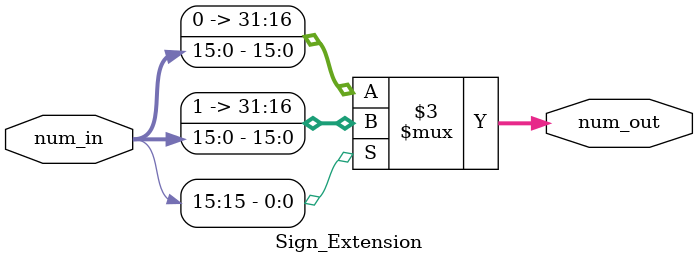
<source format=v>
`timescale 1ns / 1ps


module Sign_Extension(
    input [15:0] num_in,
    output reg [31:0] num_out
    );

    //Here, only the sign bit is left shifted while Twos complement notation properties are conserved
    always @(num_in)
    begin
        // If the sign is 1, just fill the most sigificant bits with 1s
        if (num_in[15]) num_out <= {16'hffff, num_in};
        
        // If the sign is 0, just fill the most sigificant bits with 0s
        else num_out <= {16'h0000, num_in};
    end
endmodule
</source>
